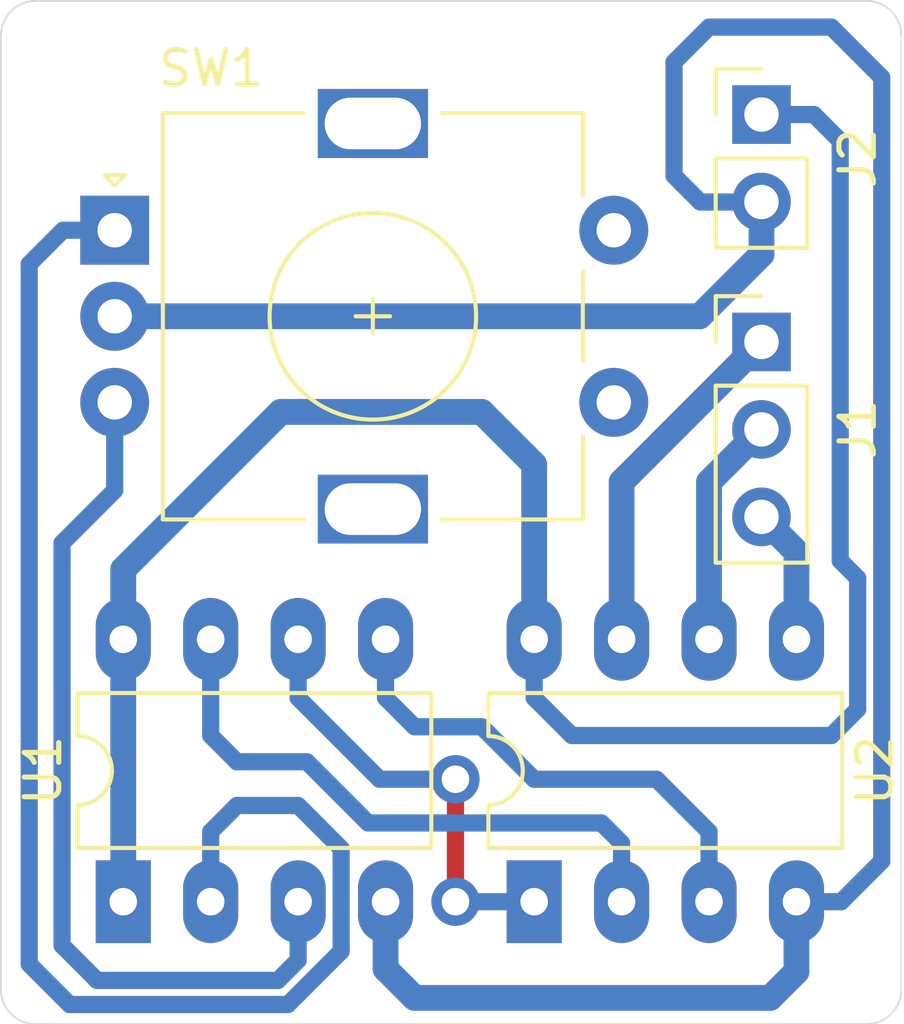
<source format=kicad_pcb>
(kicad_pcb (version 20171130) (host pcbnew 5.1.2-f72e74a~84~ubuntu18.04.1)

  (general
    (thickness 1.6)
    (drawings 8)
    (tracks 79)
    (zones 0)
    (modules 5)
    (nets 11)
  )

  (page A4)
  (title_block
    (title "Digital Potentiometer")
    (date 2020-03-26)
    (rev 1.0.0)
    (company "Dilshan R Jayakody")
    (comment 1 http://jayakody2000lk.blogspot.com)
    (comment 2 jayakody2000lk@gmail.com)
  )

  (layers
    (0 F.Cu signal)
    (31 B.Cu signal)
    (32 B.Adhes user)
    (33 F.Adhes user)
    (34 B.Paste user)
    (35 F.Paste user)
    (36 B.SilkS user)
    (37 F.SilkS user)
    (38 B.Mask user)
    (39 F.Mask user)
    (40 Dwgs.User user)
    (41 Cmts.User user)
    (42 Eco1.User user)
    (43 Eco2.User user)
    (44 Edge.Cuts user)
    (45 Margin user)
    (46 B.CrtYd user)
    (47 F.CrtYd user)
    (48 B.Fab user)
    (49 F.Fab user)
  )

  (setup
    (last_trace_width 0.25)
    (user_trace_width 0.5)
    (user_trace_width 0.75)
    (trace_clearance 0.2)
    (zone_clearance 0.508)
    (zone_45_only no)
    (trace_min 0.2)
    (via_size 0.8)
    (via_drill 0.4)
    (via_min_size 0.4)
    (via_min_drill 0.3)
    (uvia_size 0.3)
    (uvia_drill 0.1)
    (uvias_allowed no)
    (uvia_min_size 0.2)
    (uvia_min_drill 0.1)
    (edge_width 0.05)
    (segment_width 0.2)
    (pcb_text_width 0.3)
    (pcb_text_size 1.5 1.5)
    (mod_edge_width 0.12)
    (mod_text_size 1 1)
    (mod_text_width 0.15)
    (pad_size 1.524 1.524)
    (pad_drill 0.762)
    (pad_to_mask_clearance 0.051)
    (solder_mask_min_width 0.25)
    (aux_axis_origin 0 0)
    (visible_elements FFFFFF7F)
    (pcbplotparams
      (layerselection 0x010fc_ffffffff)
      (usegerberextensions false)
      (usegerberattributes false)
      (usegerberadvancedattributes false)
      (creategerberjobfile false)
      (excludeedgelayer true)
      (linewidth 0.100000)
      (plotframeref false)
      (viasonmask false)
      (mode 1)
      (useauxorigin false)
      (hpglpennumber 1)
      (hpglpenspeed 20)
      (hpglpendiameter 15.000000)
      (psnegative false)
      (psa4output false)
      (plotreference true)
      (plotvalue true)
      (plotinvisibletext false)
      (padsonsilk false)
      (subtractmaskfromsilk false)
      (outputformat 1)
      (mirror false)
      (drillshape 1)
      (scaleselection 1)
      (outputdirectory ""))
  )

  (net 0 "")
  (net 1 "Net-(J1-Pad1)")
  (net 2 "Net-(J1-Pad2)")
  (net 3 "Net-(J1-Pad3)")
  (net 4 +5V)
  (net 5 GND)
  (net 6 "Net-(SW1-PadB)")
  (net 7 "Net-(SW1-PadA)")
  (net 8 /SCK)
  (net 9 /CS)
  (net 10 /MOSI)

  (net_class Default "This is the default net class."
    (clearance 0.2)
    (trace_width 0.25)
    (via_dia 0.8)
    (via_drill 0.4)
    (uvia_dia 0.3)
    (uvia_drill 0.1)
    (add_net +5V)
    (add_net /CS)
    (add_net /MOSI)
    (add_net /SCK)
    (add_net GND)
    (add_net "Net-(J1-Pad1)")
    (add_net "Net-(J1-Pad2)")
    (add_net "Net-(J1-Pad3)")
    (add_net "Net-(SW1-PadA)")
    (add_net "Net-(SW1-PadB)")
  )

  (module Connector_PinHeader_2.54mm:PinHeader_1x03_P2.54mm_Vertical (layer F.Cu) (tedit 59FED5CC) (tstamp 5E7C6C09)
    (at 141.224 88.646)
    (descr "Through hole straight pin header, 1x03, 2.54mm pitch, single row")
    (tags "Through hole pin header THT 1x03 2.54mm single row")
    (path /5E7CF46C)
    (fp_text reference J1 (at 2.794 2.54 90) (layer F.SilkS)
      (effects (font (size 1 1) (thickness 0.15)))
    )
    (fp_text value POT (at 2.794 -0.508 90) (layer F.Fab)
      (effects (font (size 1 1) (thickness 0.15)))
    )
    (fp_line (start -0.635 -1.27) (end 1.27 -1.27) (layer F.Fab) (width 0.1))
    (fp_line (start 1.27 -1.27) (end 1.27 6.35) (layer F.Fab) (width 0.1))
    (fp_line (start 1.27 6.35) (end -1.27 6.35) (layer F.Fab) (width 0.1))
    (fp_line (start -1.27 6.35) (end -1.27 -0.635) (layer F.Fab) (width 0.1))
    (fp_line (start -1.27 -0.635) (end -0.635 -1.27) (layer F.Fab) (width 0.1))
    (fp_line (start -1.33 6.41) (end 1.33 6.41) (layer F.SilkS) (width 0.12))
    (fp_line (start -1.33 1.27) (end -1.33 6.41) (layer F.SilkS) (width 0.12))
    (fp_line (start 1.33 1.27) (end 1.33 6.41) (layer F.SilkS) (width 0.12))
    (fp_line (start -1.33 1.27) (end 1.33 1.27) (layer F.SilkS) (width 0.12))
    (fp_line (start -1.33 0) (end -1.33 -1.33) (layer F.SilkS) (width 0.12))
    (fp_line (start -1.33 -1.33) (end 0 -1.33) (layer F.SilkS) (width 0.12))
    (fp_line (start -1.8 -1.8) (end -1.8 6.85) (layer F.CrtYd) (width 0.05))
    (fp_line (start -1.8 6.85) (end 1.8 6.85) (layer F.CrtYd) (width 0.05))
    (fp_line (start 1.8 6.85) (end 1.8 -1.8) (layer F.CrtYd) (width 0.05))
    (fp_line (start 1.8 -1.8) (end -1.8 -1.8) (layer F.CrtYd) (width 0.05))
    (fp_text user %R (at 0 2.54 90) (layer F.Fab)
      (effects (font (size 1 1) (thickness 0.15)))
    )
    (pad 1 thru_hole rect (at 0 0) (size 1.7 1.7) (drill 1) (layers *.Cu *.Mask)
      (net 1 "Net-(J1-Pad1)"))
    (pad 2 thru_hole oval (at 0 2.54) (size 1.7 1.7) (drill 1) (layers *.Cu *.Mask)
      (net 2 "Net-(J1-Pad2)"))
    (pad 3 thru_hole oval (at 0 5.08) (size 1.7 1.7) (drill 1) (layers *.Cu *.Mask)
      (net 3 "Net-(J1-Pad3)"))
    (model ${KISYS3DMOD}/Connector_PinHeader_2.54mm.3dshapes/PinHeader_1x03_P2.54mm_Vertical.wrl
      (at (xyz 0 0 0))
      (scale (xyz 1 1 1))
      (rotate (xyz 0 0 0))
    )
  )

  (module Connector_PinHeader_2.54mm:PinHeader_1x02_P2.54mm_Vertical (layer F.Cu) (tedit 59FED5CC) (tstamp 5E7C6C1F)
    (at 141.224 82.042)
    (descr "Through hole straight pin header, 1x02, 2.54mm pitch, single row")
    (tags "Through hole pin header THT 1x02 2.54mm single row")
    (path /5E7DC886)
    (fp_text reference J2 (at 2.794 1.27 90) (layer F.SilkS)
      (effects (font (size 1 1) (thickness 0.15)))
    )
    (fp_text value POWER (at -4.826 -2.032 180) (layer F.Fab)
      (effects (font (size 1 1) (thickness 0.15)))
    )
    (fp_line (start -0.635 -1.27) (end 1.27 -1.27) (layer F.Fab) (width 0.1))
    (fp_line (start 1.27 -1.27) (end 1.27 3.81) (layer F.Fab) (width 0.1))
    (fp_line (start 1.27 3.81) (end -1.27 3.81) (layer F.Fab) (width 0.1))
    (fp_line (start -1.27 3.81) (end -1.27 -0.635) (layer F.Fab) (width 0.1))
    (fp_line (start -1.27 -0.635) (end -0.635 -1.27) (layer F.Fab) (width 0.1))
    (fp_line (start -1.33 3.87) (end 1.33 3.87) (layer F.SilkS) (width 0.12))
    (fp_line (start -1.33 1.27) (end -1.33 3.87) (layer F.SilkS) (width 0.12))
    (fp_line (start 1.33 1.27) (end 1.33 3.87) (layer F.SilkS) (width 0.12))
    (fp_line (start -1.33 1.27) (end 1.33 1.27) (layer F.SilkS) (width 0.12))
    (fp_line (start -1.33 0) (end -1.33 -1.33) (layer F.SilkS) (width 0.12))
    (fp_line (start -1.33 -1.33) (end 0 -1.33) (layer F.SilkS) (width 0.12))
    (fp_line (start -1.8 -1.8) (end -1.8 4.35) (layer F.CrtYd) (width 0.05))
    (fp_line (start -1.8 4.35) (end 1.8 4.35) (layer F.CrtYd) (width 0.05))
    (fp_line (start 1.8 4.35) (end 1.8 -1.8) (layer F.CrtYd) (width 0.05))
    (fp_line (start 1.8 -1.8) (end -1.8 -1.8) (layer F.CrtYd) (width 0.05))
    (fp_text user %R (at 0 1.27 90) (layer F.Fab)
      (effects (font (size 1 1) (thickness 0.15)))
    )
    (pad 1 thru_hole rect (at 0 0) (size 1.7 1.7) (drill 1) (layers *.Cu *.Mask)
      (net 4 +5V))
    (pad 2 thru_hole oval (at 0 2.54) (size 1.7 1.7) (drill 1) (layers *.Cu *.Mask)
      (net 5 GND))
    (model ${KISYS3DMOD}/Connector_PinHeader_2.54mm.3dshapes/PinHeader_1x02_P2.54mm_Vertical.wrl
      (at (xyz 0 0 0))
      (scale (xyz 1 1 1))
      (rotate (xyz 0 0 0))
    )
  )

  (module Package_DIP:DIP-8_W7.62mm_LongPads (layer F.Cu) (tedit 5A02E8C5) (tstamp 5E7C7622)
    (at 122.682 104.902 90)
    (descr "8-lead though-hole mounted DIP package, row spacing 7.62 mm (300 mils), LongPads")
    (tags "THT DIP DIL PDIP 2.54mm 7.62mm 300mil LongPads")
    (path /5E7C1586)
    (fp_text reference U1 (at 3.81 -2.33 90) (layer F.SilkS)
      (effects (font (size 1 1) (thickness 0.15)))
    )
    (fp_text value ATtiny13 (at -2.286 4.318 180) (layer F.Fab)
      (effects (font (size 1 1) (thickness 0.15)))
    )
    (fp_text user %R (at 3.81 -2.286 90) (layer F.Fab)
      (effects (font (size 1 1) (thickness 0.15)))
    )
    (fp_line (start 9.1 -1.55) (end -1.45 -1.55) (layer F.CrtYd) (width 0.05))
    (fp_line (start 9.1 9.15) (end 9.1 -1.55) (layer F.CrtYd) (width 0.05))
    (fp_line (start -1.45 9.15) (end 9.1 9.15) (layer F.CrtYd) (width 0.05))
    (fp_line (start -1.45 -1.55) (end -1.45 9.15) (layer F.CrtYd) (width 0.05))
    (fp_line (start 6.06 -1.33) (end 4.81 -1.33) (layer F.SilkS) (width 0.12))
    (fp_line (start 6.06 8.95) (end 6.06 -1.33) (layer F.SilkS) (width 0.12))
    (fp_line (start 1.56 8.95) (end 6.06 8.95) (layer F.SilkS) (width 0.12))
    (fp_line (start 1.56 -1.33) (end 1.56 8.95) (layer F.SilkS) (width 0.12))
    (fp_line (start 2.81 -1.33) (end 1.56 -1.33) (layer F.SilkS) (width 0.12))
    (fp_line (start 0.635 -0.27) (end 1.635 -1.27) (layer F.Fab) (width 0.1))
    (fp_line (start 0.635 8.89) (end 0.635 -0.27) (layer F.Fab) (width 0.1))
    (fp_line (start 6.985 8.89) (end 0.635 8.89) (layer F.Fab) (width 0.1))
    (fp_line (start 6.985 -1.27) (end 6.985 8.89) (layer F.Fab) (width 0.1))
    (fp_line (start 1.635 -1.27) (end 6.985 -1.27) (layer F.Fab) (width 0.1))
    (fp_arc (start 3.81 -1.33) (end 2.81 -1.33) (angle -180) (layer F.SilkS) (width 0.12))
    (pad 8 thru_hole oval (at 7.62 0 90) (size 2.4 1.6) (drill 0.8) (layers *.Cu *.Mask)
      (net 4 +5V))
    (pad 4 thru_hole oval (at 0 7.62 90) (size 2.4 1.6) (drill 0.8) (layers *.Cu *.Mask)
      (net 5 GND))
    (pad 7 thru_hole oval (at 7.62 2.54 90) (size 2.4 1.6) (drill 0.8) (layers *.Cu *.Mask)
      (net 8 /SCK))
    (pad 3 thru_hole oval (at 0 5.08 90) (size 2.4 1.6) (drill 0.8) (layers *.Cu *.Mask)
      (net 6 "Net-(SW1-PadB)"))
    (pad 6 thru_hole oval (at 7.62 5.08 90) (size 2.4 1.6) (drill 0.8) (layers *.Cu *.Mask)
      (net 9 /CS))
    (pad 2 thru_hole oval (at 0 2.54 90) (size 2.4 1.6) (drill 0.8) (layers *.Cu *.Mask)
      (net 7 "Net-(SW1-PadA)"))
    (pad 5 thru_hole oval (at 7.62 7.62 90) (size 2.4 1.6) (drill 0.8) (layers *.Cu *.Mask)
      (net 10 /MOSI))
    (pad 1 thru_hole rect (at 0 0 90) (size 2.4 1.6) (drill 0.8) (layers *.Cu *.Mask)
      (net 4 +5V))
    (model ${KISYS3DMOD}/Package_DIP.3dshapes/DIP-8_W7.62mm.wrl
      (at (xyz 0 0 0))
      (scale (xyz 1 1 1))
      (rotate (xyz 0 0 0))
    )
  )

  (module Package_DIP:DIP-8_W7.62mm_LongPads (layer F.Cu) (tedit 5A02E8C5) (tstamp 5E7C763D)
    (at 134.62 104.902 90)
    (descr "8-lead though-hole mounted DIP package, row spacing 7.62 mm (300 mils), LongPads")
    (tags "THT DIP DIL PDIP 2.54mm 7.62mm 300mil LongPads")
    (path /5E7C2910)
    (fp_text reference U2 (at 3.81 9.906 90) (layer F.SilkS)
      (effects (font (size 1 1) (thickness 0.15)))
    )
    (fp_text value MCP4141 (at -2.286 2.032 180) (layer F.Fab)
      (effects (font (size 1 1) (thickness 0.15)))
    )
    (fp_arc (start 3.81 -1.33) (end 2.81 -1.33) (angle -180) (layer F.SilkS) (width 0.12))
    (fp_line (start 1.635 -1.27) (end 6.985 -1.27) (layer F.Fab) (width 0.1))
    (fp_line (start 6.985 -1.27) (end 6.985 8.89) (layer F.Fab) (width 0.1))
    (fp_line (start 6.985 8.89) (end 0.635 8.89) (layer F.Fab) (width 0.1))
    (fp_line (start 0.635 8.89) (end 0.635 -0.27) (layer F.Fab) (width 0.1))
    (fp_line (start 0.635 -0.27) (end 1.635 -1.27) (layer F.Fab) (width 0.1))
    (fp_line (start 2.81 -1.33) (end 1.56 -1.33) (layer F.SilkS) (width 0.12))
    (fp_line (start 1.56 -1.33) (end 1.56 8.95) (layer F.SilkS) (width 0.12))
    (fp_line (start 1.56 8.95) (end 6.06 8.95) (layer F.SilkS) (width 0.12))
    (fp_line (start 6.06 8.95) (end 6.06 -1.33) (layer F.SilkS) (width 0.12))
    (fp_line (start 6.06 -1.33) (end 4.81 -1.33) (layer F.SilkS) (width 0.12))
    (fp_line (start -1.45 -1.55) (end -1.45 9.15) (layer F.CrtYd) (width 0.05))
    (fp_line (start -1.45 9.15) (end 9.1 9.15) (layer F.CrtYd) (width 0.05))
    (fp_line (start 9.1 9.15) (end 9.1 -1.55) (layer F.CrtYd) (width 0.05))
    (fp_line (start 9.1 -1.55) (end -1.45 -1.55) (layer F.CrtYd) (width 0.05))
    (fp_text user %R (at 3.81 9.906 90) (layer F.Fab)
      (effects (font (size 1 1) (thickness 0.15)))
    )
    (pad 1 thru_hole rect (at 0 0 90) (size 2.4 1.6) (drill 0.8) (layers *.Cu *.Mask)
      (net 9 /CS))
    (pad 5 thru_hole oval (at 7.62 7.62 90) (size 2.4 1.6) (drill 0.8) (layers *.Cu *.Mask)
      (net 3 "Net-(J1-Pad3)"))
    (pad 2 thru_hole oval (at 0 2.54 90) (size 2.4 1.6) (drill 0.8) (layers *.Cu *.Mask)
      (net 8 /SCK))
    (pad 6 thru_hole oval (at 7.62 5.08 90) (size 2.4 1.6) (drill 0.8) (layers *.Cu *.Mask)
      (net 2 "Net-(J1-Pad2)"))
    (pad 3 thru_hole oval (at 0 5.08 90) (size 2.4 1.6) (drill 0.8) (layers *.Cu *.Mask)
      (net 10 /MOSI))
    (pad 7 thru_hole oval (at 7.62 2.54 90) (size 2.4 1.6) (drill 0.8) (layers *.Cu *.Mask)
      (net 1 "Net-(J1-Pad1)"))
    (pad 4 thru_hole oval (at 0 7.62 90) (size 2.4 1.6) (drill 0.8) (layers *.Cu *.Mask)
      (net 5 GND))
    (pad 8 thru_hole oval (at 7.62 0 90) (size 2.4 1.6) (drill 0.8) (layers *.Cu *.Mask)
      (net 4 +5V))
    (model ${KISYS3DMOD}/Package_DIP.3dshapes/DIP-8_W7.62mm.wrl
      (at (xyz 0 0 0))
      (scale (xyz 1 1 1))
      (rotate (xyz 0 0 0))
    )
  )

  (module Rotary_Encoder:RotaryEncoder_Alps_EC11E-Switch_Vertical_H20mm (layer F.Cu) (tedit 5E7C5AE8) (tstamp 5E7C7A0B)
    (at 122.433001 85.401001)
    (descr "Alps rotary encoder, EC12E... with switch, vertical shaft, http://www.alps.com/prod/info/E/HTML/Encoder/Incremental/EC11/EC11E15204A3.html")
    (tags "rotary encoder")
    (path /5E7C474C)
    (fp_text reference SW1 (at 2.8 -4.7) (layer F.SilkS)
      (effects (font (size 1 1) (thickness 0.15)))
    )
    (fp_text value COM-09117 (at 7.5 10.4) (layer F.Fab)
      (effects (font (size 1 1) (thickness 0.15)))
    )
    (fp_text user %R (at 11.1 6.3) (layer F.Fab)
      (effects (font (size 1 1) (thickness 0.15)))
    )
    (fp_line (start 7 2.5) (end 8 2.5) (layer F.SilkS) (width 0.12))
    (fp_line (start 7.5 2) (end 7.5 3) (layer F.SilkS) (width 0.12))
    (fp_line (start 13.6 6) (end 13.6 8.4) (layer F.SilkS) (width 0.12))
    (fp_line (start 13.6 1.2) (end 13.6 3.8) (layer F.SilkS) (width 0.12))
    (fp_line (start 13.6 -3.4) (end 13.6 -1) (layer F.SilkS) (width 0.12))
    (fp_line (start 4.5 2.5) (end 10.5 2.5) (layer F.Fab) (width 0.12))
    (fp_line (start 7.5 -0.5) (end 7.5 5.5) (layer F.Fab) (width 0.12))
    (fp_line (start 0.3 -1.6) (end 0 -1.3) (layer F.SilkS) (width 0.12))
    (fp_line (start -0.3 -1.6) (end 0.3 -1.6) (layer F.SilkS) (width 0.12))
    (fp_line (start 0 -1.3) (end -0.3 -1.6) (layer F.SilkS) (width 0.12))
    (fp_line (start 1.4 -3.4) (end 1.4 8.4) (layer F.SilkS) (width 0.12))
    (fp_line (start 5.5 -3.4) (end 1.4 -3.4) (layer F.SilkS) (width 0.12))
    (fp_line (start 5.5 8.4) (end 1.4 8.4) (layer F.SilkS) (width 0.12))
    (fp_line (start 13.6 8.4) (end 9.5 8.4) (layer F.SilkS) (width 0.12))
    (fp_line (start 9.5 -3.4) (end 13.6 -3.4) (layer F.SilkS) (width 0.12))
    (fp_line (start 1.5 -2.2) (end 2.5 -3.3) (layer F.Fab) (width 0.12))
    (fp_line (start 1.5 8.3) (end 1.5 -2.2) (layer F.Fab) (width 0.12))
    (fp_line (start 13.5 8.3) (end 1.5 8.3) (layer F.Fab) (width 0.12))
    (fp_line (start 13.5 -3.3) (end 13.5 8.3) (layer F.Fab) (width 0.12))
    (fp_line (start 2.5 -3.3) (end 13.5 -3.3) (layer F.Fab) (width 0.12))
    (fp_line (start -1.5 -4.6) (end 16 -4.6) (layer F.CrtYd) (width 0.05))
    (fp_line (start -1.5 -4.6) (end -1.5 9.6) (layer F.CrtYd) (width 0.05))
    (fp_line (start 16 9.6) (end 16 -4.6) (layer F.CrtYd) (width 0.05))
    (fp_line (start 16 9.6) (end -1.5 9.6) (layer F.CrtYd) (width 0.05))
    (fp_circle (center 7.5 2.5) (end 10.5 2.5) (layer F.SilkS) (width 0.12))
    (fp_circle (center 7.5 2.5) (end 10.5 2.5) (layer F.Fab) (width 0.12))
    (pad S1 thru_hole circle (at 14.5 5) (size 2 2) (drill 1) (layers *.Cu *.Mask))
    (pad S2 thru_hole circle (at 14.5 0) (size 2 2) (drill 1) (layers *.Cu *.Mask))
    (pad MP thru_hole rect (at 7.5 8.1) (size 3.2 2) (drill oval 2.8 1.5) (layers *.Cu *.Mask))
    (pad MP thru_hole rect (at 7.5 -3.1) (size 3.2 2) (drill oval 2.8 1.5) (layers *.Cu *.Mask))
    (pad B thru_hole circle (at 0 5) (size 2 2) (drill 1) (layers *.Cu *.Mask)
      (net 6 "Net-(SW1-PadB)"))
    (pad C thru_hole circle (at 0 2.5) (size 2 2) (drill 1) (layers *.Cu *.Mask)
      (net 5 GND))
    (pad A thru_hole rect (at 0 0) (size 2 2) (drill 1) (layers *.Cu *.Mask)
      (net 7 "Net-(SW1-PadA)"))
    (model /home/dilshan/kicad-lib/models/kicad-libraries/3d/RotaryEncoder.wrl
      (offset (xyz 7 -2.5 6))
      (scale (xyz 1 1 1))
      (rotate (xyz 90 0 90))
    )
  )

  (gr_arc (start 144.272 107.442) (end 144.272 108.458) (angle -90) (layer Edge.Cuts) (width 0.05) (tstamp 5E7C7D87))
  (gr_arc (start 120.142 107.442) (end 119.126 107.442) (angle -90) (layer Edge.Cuts) (width 0.05) (tstamp 5E7C7D87))
  (gr_arc (start 120.142 79.756) (end 120.142 78.74) (angle -90) (layer Edge.Cuts) (width 0.05) (tstamp 5E7C7D87))
  (gr_arc (start 144.272 79.756) (end 145.288 79.756) (angle -90) (layer Edge.Cuts) (width 0.05))
  (gr_line (start 120.142 78.74) (end 144.272 78.74) (layer Edge.Cuts) (width 0.05) (tstamp 5E7C7D7E))
  (gr_line (start 119.126 107.442) (end 119.126 79.756) (layer Edge.Cuts) (width 0.05) (tstamp 5E7C712B))
  (gr_line (start 144.272 108.458) (end 120.142 108.458) (layer Edge.Cuts) (width 0.05))
  (gr_line (start 145.288 79.756) (end 145.288 107.442) (layer Edge.Cuts) (width 0.05))

  (segment (start 137.16 92.71) (end 141.224 88.646) (width 0.75) (layer B.Cu) (net 1) (status 20))
  (segment (start 137.16 97.282) (end 137.16 92.71) (width 0.75) (layer B.Cu) (net 1) (status 10))
  (segment (start 139.7 92.71) (end 141.224 91.186) (width 0.75) (layer B.Cu) (net 2) (status 20))
  (segment (start 139.7 97.282) (end 139.7 92.71) (width 0.75) (layer B.Cu) (net 2) (status 10))
  (segment (start 142.073999 94.575999) (end 142.24 94.742) (width 0.75) (layer B.Cu) (net 3) (status 10))
  (segment (start 141.224 93.726) (end 142.073999 94.575999) (width 0.75) (layer B.Cu) (net 3) (status 30))
  (segment (start 142.24 97.282) (end 142.24 94.742) (width 0.75) (layer B.Cu) (net 3) (status 10))
  (segment (start 122.682 95.25) (end 122.682 97.282) (width 0.75) (layer B.Cu) (net 4) (status 20))
  (segment (start 133.096 90.678) (end 127.254 90.678) (width 0.75) (layer B.Cu) (net 4))
  (segment (start 134.62 97.282) (end 134.62 92.202) (width 0.75) (layer B.Cu) (net 4) (status 10))
  (segment (start 127.254 90.678) (end 122.682 95.25) (width 0.75) (layer B.Cu) (net 4))
  (segment (start 134.62 92.202) (end 133.096 90.678) (width 0.75) (layer B.Cu) (net 4))
  (segment (start 134.62 98.982) (end 135.714 100.076) (width 0.5) (layer B.Cu) (net 4))
  (segment (start 134.62 97.282) (end 134.62 98.982) (width 0.5) (layer B.Cu) (net 4) (status 10))
  (segment (start 135.714 100.076) (end 143.256 100.076) (width 0.5) (layer B.Cu) (net 4))
  (segment (start 143.256 100.076) (end 144.018 99.314) (width 0.5) (layer B.Cu) (net 4))
  (segment (start 122.682 97.282) (end 122.682 104.902) (width 0.75) (layer B.Cu) (net 4) (status 30))
  (segment (start 144.018 99.314) (end 144.018 95.504) (width 0.5) (layer B.Cu) (net 4))
  (segment (start 144.018 95.504) (end 143.51 94.996) (width 0.5) (layer B.Cu) (net 4))
  (segment (start 143.51 94.996) (end 143.51 82.804) (width 0.5) (layer B.Cu) (net 4))
  (segment (start 142.748 82.042) (end 141.224 82.042) (width 0.5) (layer B.Cu) (net 4) (status 20))
  (segment (start 143.51 82.804) (end 142.748 82.042) (width 0.5) (layer B.Cu) (net 4))
  (segment (start 130.302 106.852) (end 131.146 107.696) (width 0.75) (layer B.Cu) (net 5))
  (segment (start 130.302 104.902) (end 130.302 106.852) (width 0.75) (layer B.Cu) (net 5) (status 10))
  (segment (start 131.146 107.696) (end 141.478 107.696) (width 0.75) (layer B.Cu) (net 5))
  (segment (start 142.24 106.934) (end 142.24 104.902) (width 0.75) (layer B.Cu) (net 5) (status 20))
  (segment (start 141.478 107.696) (end 142.24 106.934) (width 0.75) (layer B.Cu) (net 5))
  (segment (start 122.433001 87.901001) (end 139.428999 87.901001) (width 0.75) (layer B.Cu) (net 5) (status 10))
  (segment (start 141.224 86.106) (end 141.224 84.582) (width 0.75) (layer B.Cu) (net 5) (status 20))
  (segment (start 139.428999 87.901001) (end 141.224 86.106) (width 0.75) (layer B.Cu) (net 5))
  (segment (start 144.71801 103.72399) (end 144.71801 80.96401) (width 0.5) (layer B.Cu) (net 5))
  (segment (start 142.24 104.902) (end 143.54 104.902) (width 0.5) (layer B.Cu) (net 5) (status 10))
  (segment (start 143.54 104.902) (end 144.71801 103.72399) (width 0.5) (layer B.Cu) (net 5))
  (segment (start 144.71801 80.96401) (end 143.256 79.502) (width 0.5) (layer B.Cu) (net 5))
  (segment (start 143.256 79.502) (end 139.7 79.502) (width 0.5) (layer B.Cu) (net 5))
  (segment (start 139.7 79.502) (end 138.684 80.518) (width 0.5) (layer B.Cu) (net 5))
  (segment (start 138.684 80.518) (end 138.684 83.82) (width 0.5) (layer B.Cu) (net 5))
  (segment (start 139.446 84.582) (end 141.224 84.582) (width 0.5) (layer B.Cu) (net 5) (status 20))
  (segment (start 138.684 83.82) (end 139.446 84.582) (width 0.5) (layer B.Cu) (net 5))
  (segment (start 127.762 106.602) (end 127.176 107.188) (width 0.5) (layer B.Cu) (net 6))
  (segment (start 127.762 104.902) (end 127.762 106.602) (width 0.5) (layer B.Cu) (net 6) (status 10))
  (segment (start 127.176 107.188) (end 121.92 107.188) (width 0.5) (layer B.Cu) (net 6))
  (segment (start 121.92 107.188) (end 120.904 106.172) (width 0.5) (layer B.Cu) (net 6))
  (segment (start 120.904 106.172) (end 120.904 94.488) (width 0.5) (layer B.Cu) (net 6))
  (segment (start 122.433001 92.958999) (end 122.433001 90.401001) (width 0.5) (layer B.Cu) (net 6) (status 20))
  (segment (start 120.904 94.488) (end 122.433001 92.958999) (width 0.5) (layer B.Cu) (net 6))
  (segment (start 122.433001 85.401001) (end 120.933001 85.401001) (width 0.5) (layer B.Cu) (net 7) (status 10))
  (segment (start 129.01201 106.341953) (end 129.01201 103.35801) (width 0.5) (layer B.Cu) (net 7))
  (segment (start 120.933001 85.401001) (end 119.94999 86.384012) (width 0.5) (layer B.Cu) (net 7))
  (segment (start 119.94999 86.384012) (end 119.94999 106.715953) (width 0.5) (layer B.Cu) (net 7))
  (segment (start 119.94999 106.715953) (end 121.122047 107.88801) (width 0.5) (layer B.Cu) (net 7))
  (segment (start 121.122047 107.88801) (end 127.465953 107.88801) (width 0.5) (layer B.Cu) (net 7))
  (segment (start 127.465953 107.88801) (end 129.01201 106.341953) (width 0.5) (layer B.Cu) (net 7))
  (segment (start 129.01201 103.35801) (end 127.762 102.108) (width 0.5) (layer B.Cu) (net 7))
  (segment (start 127.762 102.108) (end 125.984 102.108) (width 0.5) (layer B.Cu) (net 7))
  (segment (start 125.222 102.87) (end 125.222 104.902) (width 0.5) (layer B.Cu) (net 7) (status 20))
  (segment (start 125.984 102.108) (end 125.222 102.87) (width 0.5) (layer B.Cu) (net 7))
  (segment (start 137.16 104.502) (end 137.16 104.902) (width 0.5) (layer B.Cu) (net 8) (status 30))
  (segment (start 125.222 100.076) (end 125.222 97.282) (width 0.5) (layer B.Cu) (net 8) (status 20))
  (segment (start 137.16 104.902) (end 137.16 103.202) (width 0.5) (layer B.Cu) (net 8) (status 10))
  (segment (start 129.794 102.616) (end 128.016 100.838) (width 0.5) (layer B.Cu) (net 8))
  (segment (start 136.574 102.616) (end 129.794 102.616) (width 0.5) (layer B.Cu) (net 8))
  (segment (start 128.016 100.838) (end 125.984 100.838) (width 0.5) (layer B.Cu) (net 8))
  (segment (start 137.16 103.202) (end 136.574 102.616) (width 0.5) (layer B.Cu) (net 8))
  (segment (start 125.984 100.838) (end 125.222 100.076) (width 0.5) (layer B.Cu) (net 8))
  (segment (start 127.762 98.982) (end 130.126 101.346) (width 0.5) (layer B.Cu) (net 9))
  (segment (start 127.762 97.282) (end 127.762 98.982) (width 0.5) (layer B.Cu) (net 9) (status 10))
  (segment (start 130.126 101.346) (end 132.334 101.346) (width 0.5) (layer B.Cu) (net 9))
  (via (at 132.334 101.346) (size 1.4) (drill 0.8) (layers F.Cu B.Cu) (net 9))
  (segment (start 134.62 104.902) (end 132.334 104.902) (width 0.5) (layer B.Cu) (net 9) (status 10))
  (via (at 132.334 104.902) (size 1.4) (drill 0.8) (layers F.Cu B.Cu) (net 9))
  (segment (start 132.334 101.346) (end 132.334 104.902) (width 0.5) (layer F.Cu) (net 9))
  (segment (start 130.302 98.982) (end 131.142 99.822) (width 0.5) (layer B.Cu) (net 10))
  (segment (start 130.302 97.282) (end 130.302 98.982) (width 0.5) (layer B.Cu) (net 10) (status 10))
  (segment (start 131.142 99.822) (end 133.096 99.822) (width 0.5) (layer B.Cu) (net 10))
  (segment (start 133.096 99.822) (end 134.62 101.346) (width 0.5) (layer B.Cu) (net 10))
  (segment (start 134.62 101.346) (end 138.176 101.346) (width 0.5) (layer B.Cu) (net 10))
  (segment (start 139.7 102.87) (end 139.7 104.902) (width 0.5) (layer B.Cu) (net 10) (status 20))
  (segment (start 138.176 101.346) (end 139.7 102.87) (width 0.5) (layer B.Cu) (net 10))

)

</source>
